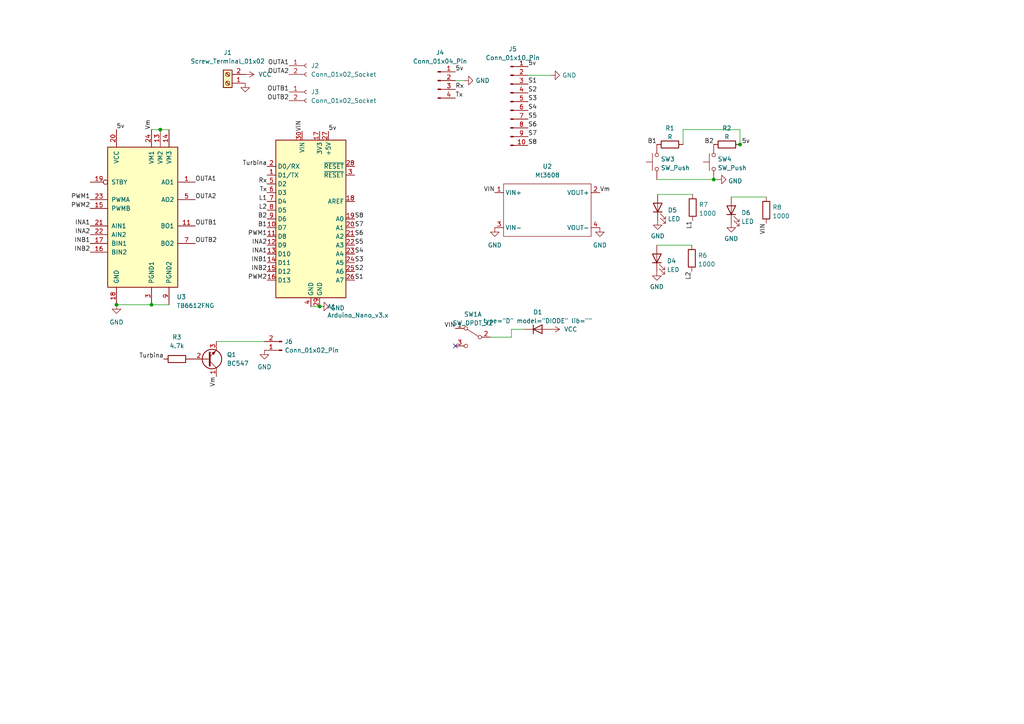
<source format=kicad_sch>
(kicad_sch (version 20230121) (generator eeschema)
  (paper "A4")
  (lib_symbols
    (symbol "Connector:Conn_01x02_Pin" (pin_names (offset 1.016) hide)
      (property "Reference" "J" (at 0 2.54 0))
      (property "Value" "Conn_01x02_Pin" (at 0 -5.08 0))
      (symbol "Conn_01x02_Pin_1_1"
        (polyline (pts (xy 1.27 -2.54) (xy 0.8636 -2.54)) (stroke (width 0.1524)))
        (polyline (pts (xy 1.27 0) (xy 0.8636 0)) (stroke (width 0.1524)))
        (rectangle (start 0.8636 -2.413) (end 0 -2.667) (stroke (width 0.1524)) (fill (type outline)))
        (rectangle (start 0.8636 0.127) (end 0 -0.127) (stroke (width 0.1524)) (fill (type outline)))
        (pin passive line (at 5.08 0 180) (length 3.81) (name "Pin_1") (number "1"))
        (pin passive line (at 5.08 -2.54 180) (length 3.81) (name "Pin_2") (number "2"))
      )
    )
    (symbol "Connector:Conn_01x02_Socket" (pin_names (offset 1.016) hide)
      (property "Reference" "J" (at 0 2.54 0))
      (property "Value" "Conn_01x02_Socket" (at 0 -5.08 0))
      (symbol "Conn_01x02_Socket_1_1"
        (arc (start 0 -2.032) (mid -0.5058 -2.54) (end 0 -3.048) (stroke (width 0.1524)))
        (polyline (pts (xy -1.27 -2.54) (xy -0.508 -2.54)) (stroke (width 0.1524)))
        (polyline (pts (xy -1.27 0) (xy -0.508 0)) (stroke (width 0.1524)))
        (arc (start 0 0.508) (mid -0.5058 0) (end 0 -0.508) (stroke (width 0.1524)))
        (pin passive line (at -5.08 0 0) (length 3.81) (name "Pin_1") (number "1"))
        (pin passive line (at -5.08 -2.54 0) (length 3.81) (name "Pin_2") (number "2"))
      )
    )
    (symbol "Connector:Conn_01x04_Pin" (pin_names (offset 1.016) hide)
      (property "Reference" "J" (at 0 5.08 0))
      (property "Value" "Conn_01x04_Pin" (at 0 -7.62 0))
      (symbol "Conn_01x04_Pin_1_1"
        (polyline (pts (xy 1.27 -5.08) (xy 0.8636 -5.08)) (stroke (width 0.1524)))
        (polyline (pts (xy 1.27 -2.54) (xy 0.8636 -2.54)) (stroke (width 0.1524)))
        (polyline (pts (xy 1.27 0) (xy 0.8636 0)) (stroke (width 0.1524)))
        (polyline (pts (xy 1.27 2.54) (xy 0.8636 2.54)) (stroke (width 0.1524)))
        (rectangle (start 0.8636 -4.953) (end 0 -5.207) (stroke (width 0.1524)) (fill (type outline)))
        (rectangle (start 0.8636 -2.413) (end 0 -2.667) (stroke (width 0.1524)) (fill (type outline)))
        (rectangle (start 0.8636 0.127) (end 0 -0.127) (stroke (width 0.1524)) (fill (type outline)))
        (rectangle (start 0.8636 2.667) (end 0 2.413) (stroke (width 0.1524)) (fill (type outline)))
        (pin passive line (at 5.08 2.54 180) (length 3.81) (name "Pin_1") (number "1"))
        (pin passive line (at 5.08 0 180) (length 3.81) (name "Pin_2") (number "2"))
        (pin passive line (at 5.08 -2.54 180) (length 3.81) (name "Pin_3") (number "3"))
        (pin passive line (at 5.08 -5.08 180) (length 3.81) (name "Pin_4") (number "4"))
      )
    )
    (symbol "Connector:Conn_01x10_Pin" (pin_names (offset 1.016) hide)
      (property "Reference" "J" (at 0 12.7 0))
      (property "Value" "Conn_01x10_Pin" (at 0 -15.24 0))
      (symbol "Conn_01x10_Pin_1_1"
        (polyline (pts (xy 1.27 -12.7) (xy 0.8636 -12.7)) (stroke (width 0.1524)))
        (polyline (pts (xy 1.27 -10.16) (xy 0.8636 -10.16)) (stroke (width 0.1524)))
        (polyline (pts (xy 1.27 -7.62) (xy 0.8636 -7.62)) (stroke (width 0.1524)))
        (polyline (pts (xy 1.27 -5.08) (xy 0.8636 -5.08)) (stroke (width 0.1524)))
        (polyline (pts (xy 1.27 -2.54) (xy 0.8636 -2.54)) (stroke (width 0.1524)))
        (polyline (pts (xy 1.27 0) (xy 0.8636 0)) (stroke (width 0.1524)))
        (polyline (pts (xy 1.27 2.54) (xy 0.8636 2.54)) (stroke (width 0.1524)))
        (polyline (pts (xy 1.27 5.08) (xy 0.8636 5.08)) (stroke (width 0.1524)))
        (polyline (pts (xy 1.27 7.62) (xy 0.8636 7.62)) (stroke (width 0.1524)))
        (polyline (pts (xy 1.27 10.16) (xy 0.8636 10.16)) (stroke (width 0.1524)))
        (rectangle (start 0.8636 -12.573) (end 0 -12.827) (stroke (width 0.1524)) (fill (type outline)))
        (rectangle (start 0.8636 -10.033) (end 0 -10.287) (stroke (width 0.1524)) (fill (type outline)))
        (rectangle (start 0.8636 -7.493) (end 0 -7.747) (stroke (width 0.1524)) (fill (type outline)))
        (rectangle (start 0.8636 -4.953) (end 0 -5.207) (stroke (width 0.1524)) (fill (type outline)))
        (rectangle (start 0.8636 -2.413) (end 0 -2.667) (stroke (width 0.1524)) (fill (type outline)))
        (rectangle (start 0.8636 0.127) (end 0 -0.127) (stroke (width 0.1524)) (fill (type outline)))
        (rectangle (start 0.8636 2.667) (end 0 2.413) (stroke (width 0.1524)) (fill (type outline)))
        (rectangle (start 0.8636 5.207) (end 0 4.953) (stroke (width 0.1524)) (fill (type outline)))
        (rectangle (start 0.8636 7.747) (end 0 7.493) (stroke (width 0.1524)) (fill (type outline)))
        (rectangle (start 0.8636 10.287) (end 0 10.033) (stroke (width 0.1524)) (fill (type outline)))
        (pin passive line (at 5.08 10.16 180) (length 3.81) (name "Pin_1") (number "1"))
        (pin passive line (at 5.08 -12.7 180) (length 3.81) (name "Pin_10") (number "10"))
        (pin passive line (at 5.08 7.62 180) (length 3.81) (name "Pin_2") (number "2"))
        (pin passive line (at 5.08 5.08 180) (length 3.81) (name "Pin_3") (number "3"))
        (pin passive line (at 5.08 2.54 180) (length 3.81) (name "Pin_4") (number "4"))
        (pin passive line (at 5.08 0 180) (length 3.81) (name "Pin_5") (number "5"))
        (pin passive line (at 5.08 -2.54 180) (length 3.81) (name "Pin_6") (number "6"))
        (pin passive line (at 5.08 -5.08 180) (length 3.81) (name "Pin_7") (number "7"))
        (pin passive line (at 5.08 -7.62 180) (length 3.81) (name "Pin_8") (number "8"))
        (pin passive line (at 5.08 -10.16 180) (length 3.81) (name "Pin_9") (number "9"))
      )
    )
    (symbol "Connector:Screw_Terminal_01x02" (pin_names (offset 1.016) hide)
      (property "Reference" "J" (at 0 2.54 0))
      (property "Value" "Screw_Terminal_01x02" (at 0 -5.08 0))
      (symbol "Screw_Terminal_01x02_1_1"
        (rectangle (start -1.27 1.27) (end 1.27 -3.81) (stroke (width 0.254)) (fill (type background)))
        (circle (center 0 -2.54) (radius 0.635) (stroke (width 0.1524)))
        (polyline (pts (xy -0.5334 -2.2098) (xy 0.3302 -3.048)) (stroke (width 0.1524)))
        (polyline (pts (xy -0.5334 0.3302) (xy 0.3302 -0.508)) (stroke (width 0.1524)))
        (polyline (pts (xy -0.3556 -2.032) (xy 0.508 -2.8702)) (stroke (width 0.1524)))
        (polyline (pts (xy -0.3556 0.508) (xy 0.508 -0.3302)) (stroke (width 0.1524)))
        (circle (center 0 0) (radius 0.635) (stroke (width 0.1524)))
        (pin passive line (at -5.08 0 0) (length 3.81) (name "Pin_1") (number "1"))
        (pin passive line (at -5.08 -2.54 0) (length 3.81) (name "Pin_2") (number "2"))
      )
    )
    (symbol "Device:LED" (pin_numbers hide) (pin_names (offset 1.016) hide)
      (property "Reference" "D" (at 0 2.54 0))
      (property "Value" "LED" (at 0 -2.54 0))
      (symbol "LED_0_1"
        (polyline (pts (xy -1.27 -1.27) (xy -1.27 1.27)) (stroke (width 0.254)))
        (polyline (pts (xy -1.27 0) (xy 1.27 0)))
        (polyline (pts (xy 1.27 -1.27) (xy 1.27 1.27) (xy -1.27 0) (xy 1.27 -1.27)) (stroke (width 0.254)))
        (polyline (pts (xy -3.048 -0.762) (xy -4.572 -2.286) (xy -3.81 -2.286) (xy -4.572 -2.286) (xy -4.572 -1.524)))
        (polyline (pts (xy -1.778 -0.762) (xy -3.302 -2.286) (xy -2.54 -2.286) (xy -3.302 -2.286) (xy -3.302 -1.524)))
      )
      (symbol "LED_1_1"
        (pin passive line (at -3.81 0 0) (length 2.54) (name "K") (number "1"))
        (pin passive line (at 3.81 0 180) (length 2.54) (name "A") (number "2"))
      )
    )
    (symbol "Device:R" (pin_numbers hide) (pin_names (offset 0))
      (property "Reference" "R" (at 2.032 0 90))
      (property "Value" "R" (at 0 0 90))
      (symbol "R_0_1"
        (rectangle (start -1.016 -2.54) (end 1.016 2.54) (stroke (width 0.254)))
      )
      (symbol "R_1_1"
        (pin passive line (at 0 3.81 270) (length 1.27) (name "~") (number "1"))
        (pin passive line (at 0 -3.81 90) (length 1.27) (name "~") (number "2"))
      )
    )
    (symbol "Driver_Motor:TB6612FNG" (pin_names (offset 1.016))
      (property "Reference" "U" (at 11.43 17.78 0))
      (property "Value" "TB6612FNG" (at 11.43 15.24 0))
      (symbol "TB6612FNG_0_1"
        (rectangle (start -10.16 20.32) (end 10.16 -20.32) (stroke (width 0.254)) (fill (type background)))
      )
      (symbol "TB6612FNG_1_1"
        (pin output line (at 15.24 10.16 180) (length 5.08) (name "AO1") (number "1"))
        (pin passive line (at 7.62 -25.4 90) (length 5.08) hide (name "PGND2") (number "10"))
        (pin output line (at 15.24 -2.54 180) (length 5.08) (name "BO1") (number "11"))
        (pin passive line (at 15.24 -2.54 180) (length 5.08) hide (name "BO1") (number "12"))
        (pin power_in line (at 5.08 25.4 270) (length 5.08) (name "VM2") (number "13"))
        (pin power_in line (at 7.62 25.4 270) (length 5.08) (name "VM3") (number "14"))
        (pin input line (at -15.24 2.54 0) (length 5.08) (name "PWMB") (number "15"))
        (pin input line (at -15.24 -10.16 0) (length 5.08) (name "BIN2") (number "16"))
        (pin input line (at -15.24 -7.62 0) (length 5.08) (name "BIN1") (number "17"))
        (pin power_in line (at -7.62 -25.4 90) (length 5.08) (name "GND") (number "18"))
        (pin input inverted (at -15.24 10.16 0) (length 5.08) (name "STBY") (number "19"))
        (pin passive line (at 15.24 10.16 180) (length 5.08) hide (name "AO1") (number "2"))
        (pin power_in line (at -7.62 25.4 270) (length 5.08) (name "VCC") (number "20"))
        (pin input line (at -15.24 -2.54 0) (length 5.08) (name "AIN1") (number "21"))
        (pin input line (at -15.24 -5.08 0) (length 5.08) (name "AIN2") (number "22"))
        (pin input line (at -15.24 5.08 0) (length 5.08) (name "PWMA") (number "23"))
        (pin power_in line (at 2.54 25.4 270) (length 5.08) (name "VM1") (number "24"))
        (pin power_in line (at 2.54 -25.4 90) (length 5.08) (name "PGND1") (number "3"))
        (pin passive line (at 2.54 -25.4 90) (length 5.08) hide (name "PGND1") (number "4"))
        (pin output line (at 15.24 5.08 180) (length 5.08) (name "AO2") (number "5"))
        (pin passive line (at 15.24 5.08 180) (length 5.08) hide (name "AO2") (number "6"))
        (pin output line (at 15.24 -7.62 180) (length 5.08) (name "BO2") (number "7"))
        (pin passive line (at 15.24 -7.62 180) (length 5.08) hide (name "BO2") (number "8"))
        (pin power_in line (at 7.62 -25.4 90) (length 5.08) (name "PGND2") (number "9"))
      )
    )
    (symbol "GND_1" (power) (pin_names (offset 0))
      (property "Value" "GND_1" (at 0 -3.81 0))
      (symbol "GND_1_0_1"
        (polyline (pts (xy 0 0) (xy 0 -1.27) (xy 1.27 -1.27) (xy 0 -2.54) (xy -1.27 -1.27) (xy 0 -1.27)))
      )
      (symbol "GND_1_1_1"
        (pin power_in line (at 0 0 270) (length 0) hide (name "GND") (number "1"))
      )
    )
    (symbol "MCU_Module:Arduino_Nano_v3.x"
      (property "Reference" "A" (at -10.16 23.495 0))
      (property "Value" "Arduino_Nano_v3.x" (at 5.08 -24.13 0))
      (symbol "Arduino_Nano_v3.x_0_1"
        (rectangle (start -10.16 22.86) (end 10.16 -22.86) (stroke (width 0.254)) (fill (type background)))
      )
      (symbol "Arduino_Nano_v3.x_1_1"
        (pin bidirectional line (at -12.7 12.7 0) (length 2.54) (name "D1/TX") (number "1"))
        (pin bidirectional line (at -12.7 -2.54 0) (length 2.54) (name "D7") (number "10"))
        (pin bidirectional line (at -12.7 -5.08 0) (length 2.54) (name "D8") (number "11"))
        (pin bidirectional line (at -12.7 -7.62 0) (length 2.54) (name "D9") (number "12"))
        (pin bidirectional line (at -12.7 -10.16 0) (length 2.54) (name "D10") (number "13"))
        (pin bidirectional line (at -12.7 -12.7 0) (length 2.54) (name "D11") (number "14"))
        (pin bidirectional line (at -12.7 -15.24 0) (length 2.54) (name "D12") (number "15"))
        (pin bidirectional line (at -12.7 -17.78 0) (length 2.54) (name "D13") (number "16"))
        (pin power_out line (at 2.54 25.4 270) (length 2.54) (name "3V3") (number "17"))
        (pin input line (at 12.7 5.08 180) (length 2.54) (name "AREF") (number "18"))
        (pin bidirectional line (at 12.7 0 180) (length 2.54) (name "A0") (number "19"))
        (pin bidirectional line (at -12.7 15.24 0) (length 2.54) (name "D0/RX") (number "2"))
        (pin bidirectional line (at 12.7 -2.54 180) (length 2.54) (name "A1") (number "20"))
        (pin bidirectional line (at 12.7 -5.08 180) (length 2.54) (name "A2") (number "21"))
        (pin bidirectional line (at 12.7 -7.62 180) (length 2.54) (name "A3") (number "22"))
        (pin bidirectional line (at 12.7 -10.16 180) (length 2.54) (name "A4") (number "23"))
        (pin bidirectional line (at 12.7 -12.7 180) (length 2.54) (name "A5") (number "24"))
        (pin bidirectional line (at 12.7 -15.24 180) (length 2.54) (name "A6") (number "25"))
        (pin bidirectional line (at 12.7 -17.78 180) (length 2.54) (name "A7") (number "26"))
        (pin power_out line (at 5.08 25.4 270) (length 2.54) (name "+5V") (number "27"))
        (pin input line (at 12.7 15.24 180) (length 2.54) (name "~{RESET}") (number "28"))
        (pin power_in line (at 2.54 -25.4 90) (length 2.54) (name "GND") (number "29"))
        (pin input line (at 12.7 12.7 180) (length 2.54) (name "~{RESET}") (number "3"))
        (pin power_in line (at -2.54 25.4 270) (length 2.54) (name "VIN") (number "30"))
        (pin power_in line (at 0 -25.4 90) (length 2.54) (name "GND") (number "4"))
        (pin bidirectional line (at -12.7 10.16 0) (length 2.54) (name "D2") (number "5"))
        (pin bidirectional line (at -12.7 7.62 0) (length 2.54) (name "D3") (number "6"))
        (pin bidirectional line (at -12.7 5.08 0) (length 2.54) (name "D4") (number "7"))
        (pin bidirectional line (at -12.7 2.54 0) (length 2.54) (name "D5") (number "8"))
        (pin bidirectional line (at -12.7 0 0) (length 2.54) (name "D6") (number "9"))
      )
    )
    (symbol "Simulation_SPICE:DIODE" (pin_numbers hide) (pin_names (offset 1.016) hide)
      (property "Reference" "D" (at 0 2.54 0))
      (property "Value" "DIODE" (at 0 -2.54 0))
      (symbol "DIODE_0_1"
        (polyline (pts (xy 1.27 0) (xy -1.27 0)))
        (polyline (pts (xy 1.27 1.27) (xy 1.27 -1.27)) (stroke (width 0.254)))
        (polyline (pts (xy -1.27 -1.27) (xy -1.27 1.27) (xy 1.27 0) (xy -1.27 -1.27)) (stroke (width 0.254)))
      )
      (symbol "DIODE_1_1"
        (pin passive line (at -3.81 0 0) (length 2.54) (name "A") (number "1"))
        (pin passive line (at 3.81 0 180) (length 2.54) (name "K") (number "2"))
      )
    )
    (symbol "Switch:SW_DPDT_x2" (pin_names (offset 0) hide)
      (property "Reference" "SW" (at 0 4.318 0))
      (property "Value" "SW_DPDT_x2" (at 0 -5.08 0))
      (symbol "SW_DPDT_x2_0_0"
        (circle (center -2.032 0) (radius 0.508))
        (circle (center 2.032 -2.54) (radius 0.508))
      )
      (symbol "SW_DPDT_x2_0_1"
        (polyline (pts (xy -1.524 0.254) (xy 1.651 2.286)))
        (circle (center 2.032 2.54) (radius 0.508))
      )
      (symbol "SW_DPDT_x2_1_1"
        (pin passive line (at 5.08 2.54 180) (length 2.54) (name "A") (number "1"))
        (pin passive line (at -5.08 0 0) (length 2.54) (name "B") (number "2"))
        (pin passive line (at 5.08 -2.54 180) (length 2.54) (name "C") (number "3"))
      )
      (symbol "SW_DPDT_x2_2_1"
        (pin passive line (at 5.08 2.54 180) (length 2.54) (name "A") (number "4"))
        (pin passive line (at -5.08 0 0) (length 2.54) (name "B") (number "5"))
        (pin passive line (at 5.08 -2.54 180) (length 2.54) (name "C") (number "6"))
      )
    )
    (symbol "Switch:SW_Push" (pin_numbers hide) (pin_names (offset 1.016) hide)
      (property "Reference" "SW" (at 1.27 2.54 0))
      (property "Value" "SW_Push" (at 0 -1.524 0))
      (symbol "SW_Push_0_1"
        (circle (center -2.032 0) (radius 0.508))
        (polyline (pts (xy 0 1.27) (xy 0 3.048)))
        (polyline (pts (xy 2.54 1.27) (xy -2.54 1.27)))
        (circle (center 2.032 0) (radius 0.508))
        (pin passive line (at -5.08 0 0) (length 2.54) (name "1") (number "1"))
        (pin passive line (at 5.08 0 180) (length 2.54) (name "2") (number "2"))
      )
    )
    (symbol "Transistor_BJT:BC547" (pin_names (offset 0) hide)
      (property "Reference" "Q" (at 5.08 1.905 0))
      (property "Value" "BC547" (at 5.08 0 0))
      (symbol "BC547_0_1"
        (polyline (pts (xy 0 0) (xy 0.635 0)))
        (polyline (pts (xy 0.635 0.635) (xy 2.54 2.54)))
        (polyline (pts (xy 0.635 -0.635) (xy 2.54 -2.54) (xy 2.54 -2.54)))
        (polyline (pts (xy 0.635 1.905) (xy 0.635 -1.905) (xy 0.635 -1.905)) (stroke (width 0.508)))
        (polyline (pts (xy 1.27 -1.778) (xy 1.778 -1.27) (xy 2.286 -2.286) (xy 1.27 -1.778) (xy 1.27 -1.778)) (fill (type outline)))
        (circle (center 1.27 0) (radius 2.8194) (stroke (width 0.254)))
      )
      (symbol "BC547_1_1"
        (pin passive line (at 2.54 5.08 270) (length 2.54) (name "C") (number "1"))
        (pin input line (at -5.08 0 0) (length 5.08) (name "B") (number "2"))
        (pin passive line (at 2.54 -5.08 90) (length 2.54) (name "E") (number "3"))
      )
    )
    (symbol "power:GND" (power) (pin_names (offset 0))
      (property "Value" "GND" (at 0 -3.81 0))
      (symbol "GND_0_1"
        (polyline (pts (xy 0 0) (xy 0 -1.27) (xy 1.27 -1.27) (xy 0 -2.54) (xy -1.27 -1.27) (xy 0 -1.27)))
      )
      (symbol "GND_1_1"
        (pin power_in line (at 0 0 270) (length 0) hide (name "GND") (number "1"))
      )
    )
    (symbol "power:VCC" (power) (pin_names (offset 0))
      (property "Value" "VCC" (at 0 3.81 0))
      (symbol "VCC_0_1"
        (polyline (pts (xy -0.762 1.27) (xy 0 2.54)))
        (polyline (pts (xy 0 0) (xy 0 2.54)))
        (polyline (pts (xy 0 2.54) (xy 0.762 1.27)))
      )
      (symbol "VCC_1_1"
        (pin power_in line (at 0 0 90) (length 0) hide (name "VCC") (number "1"))
      )
    )
    (symbol "propios:Mt3608"
      (property "Reference" "U" (at 0 0 0))
      (property "Value" "Mt3608" (at 0 0 0))
      (symbol "Mt3608_0_1"
        (rectangle (start -12.7 -2.54) (end 12.7 -17.78))
      )
      (symbol "Mt3608_1_1"
        (pin input line (at -15.24 -5.08 0) (length 2.54) (name "VIN+") (number "1"))
        (pin input line (at 15.24 -5.08 180) (length 2.54) (name "VOUT+") (number "2"))
        (pin input line (at -15.24 -15.24 0) (length 2.54) (name "VIN-") (number "3"))
        (pin input line (at 15.24 -15.24 180) (length 2.54) (name "VOUT-") (number "4"))
      )
    )
  )
  (junction (at 43.942 88.392))
  (junction (at 46.482 37.592))
  (junction (at 33.782 88.392))
  (junction (at 214.63 41.91))
  (junction (at 207.01 52.07))
  (junction (at 92.71 88.9))
  (no_connect (at 132.08 100.33))
  (wire (pts (xy 148.336 97.79) (xy 142.24 97.79)))
  (wire (pts (xy 190.5 52.07) (xy 207.01 52.07)))
  (wire (pts (xy 148.336 95.504) (xy 148.336 97.79)))
  (wire (pts (xy 214.63 37.592) (xy 214.63 41.91)))
  (wire (pts (xy 212.09 57.15) (xy 222.25 57.15)))
  (wire (pts (xy 152.146 95.504) (xy 148.336 95.504)))
  (wire (pts (xy 43.942 88.392) (xy 49.022 88.392)))
  (wire (pts (xy 90.17 88.9) (xy 92.71 88.9)))
  (wire (pts (xy 198.12 37.592) (xy 214.63 37.592)))
  (wire (pts (xy 198.12 41.91) (xy 198.12 37.592)))
  (wire (pts (xy 43.942 37.592) (xy 46.482 37.592)))
  (wire (pts (xy 134.62 23.368) (xy 132.08 23.368)))
  (wire (pts (xy 190.5 71.12) (xy 200.66 71.12)))
  (wire (pts (xy 159.766 21.844) (xy 153.162 21.844)))
  (wire (pts (xy 46.482 37.592) (xy 49.022 37.592)))
  (wire (pts (xy 190.754 56.388) (xy 200.914 56.388)))
  (wire (pts (xy 33.782 88.392) (xy 43.942 88.392)))
  (wire (pts (xy 215.138 41.91) (xy 214.63 41.91)))
  (wire (pts (xy 62.738 99.06) (xy 76.708 99.06)))
  (wire (pts (xy 207.01 52.07) (xy 208.026 52.07)))
  (label "B1" (at 77.47 66.04 180))
  (label "INA2" (at 26.162 68.072 180))
  (label "5v" (at 215.138 41.91 0))
  (label "S1" (at 102.87 81.28 0))
  (label "L1" (at 200.914 64.008 270))
  (label "PWM2" (at 77.47 81.28 180))
  (label "S1" (at 153.162 24.384 0))
  (label "B2" (at 207.01 41.91 180))
  (label "Vm" (at 43.942 37.592 90))
  (label "OUTB1" (at 56.642 65.532 0))
  (label "Turbina" (at 77.47 48.26 180))
  (label "S7" (at 153.162 39.624 0))
  (label "Tx" (at 132.08 28.448 0))
  (label "INB2" (at 77.47 78.74 180))
  (label "5v" (at 132.08 20.828 0))
  (label "INA1" (at 77.47 73.66 180))
  (label "S5" (at 102.87 71.12 0))
  (label "L2" (at 77.47 60.96 180))
  (label "INB1" (at 26.162 70.612 180))
  (label "S3" (at 102.87 76.2 0))
  (label "S4" (at 153.162 32.004 0))
  (label "S6" (at 102.87 68.58 0))
  (label "INA1" (at 26.162 65.532 180))
  (label "INB2" (at 26.162 73.152 180))
  (label "PWM1" (at 26.162 57.912 180))
  (label "S2" (at 153.162 26.924 0))
  (label "INA2" (at 77.47 71.12 180))
  (label "5v" (at 95.25 38.1 0))
  (label "PWM2" (at 26.162 60.452 180))
  (label "OUTA2" (at 83.82 21.59 180))
  (label "L2" (at 200.66 78.74 270))
  (label "S4" (at 102.87 73.66 0))
  (label "Tx" (at 77.47 55.88 180))
  (label "S7" (at 102.87 66.04 0))
  (label "Vm" (at 173.99 55.88 0))
  (label "B2" (at 77.47 63.5 180))
  (label "S8" (at 153.162 42.164 0))
  (label "VIN" (at 143.51 55.88 180))
  (label "Rx" (at 77.47 53.34 180))
  (label "VIN" (at 87.63 38.1 90))
  (label "OUTB2" (at 56.642 70.612 0))
  (label "5v" (at 33.782 37.592 0))
  (label "S8" (at 102.87 63.5 0))
  (label "L1" (at 77.47 58.42 180))
  (label "INB1" (at 77.47 76.2 180))
  (label "Turbina" (at 47.498 104.14 180))
  (label "OUTB2" (at 83.82 29.21 180))
  (label "S6" (at 153.162 37.084 0))
  (label "Rx" (at 132.08 25.908 0))
  (label "VIN" (at 222.25 64.77 270))
  (label "PWM1" (at 77.47 68.58 180))
  (label "VIN" (at 132.08 95.25 180))
  (label "5v" (at 153.162 19.304 0))
  (label "OUTA1" (at 56.642 52.832 0))
  (label "OUTA1" (at 83.82 19.05 180))
  (label "S3" (at 153.162 29.464 0))
  (label "S2" (at 102.87 78.74 0))
  (label "S5" (at 153.162 34.544 0))
  (label "OUTA2" (at 56.642 57.912 0))
  (label "OUTB1" (at 83.82 26.67 180))
  (label "Vm" (at 62.738 109.22 270))
  (label "B1" (at 190.5 41.91 180))
  (symbol (lib_id "propios:Mt3608") (at 158.75 50.8 0) (unit 1)
    (property "Reference" "U2" (at 158.75 48.26 0))
    (property "Value" "Mt3608" (at 158.75 50.8 0))
    (property "Footprint" "propios:Sx1308" (effects hide))
  )
  (symbol (lib_id "Switch:SW_Push") (at 190.5 46.99 90) (unit 1)
    (property "Reference" "SW3" (at 191.643 46.1553 90) (effects (justify right)))
    (property "Value" "SW_Push" (at 191.643 48.6922 90) (effects (justify right)))
    (property "Footprint" "Button_Switch_THT:SW_PUSH_6mm" (effects hide))
  )
  (symbol (lib_id "power:GND") (at 159.766 21.844 90) (unit 1)
    (property "Reference" "#PWR018" (effects hide))
    (property "Value" "GND" (at 163.068 21.844 90) (effects (justify right)))
  )
  (symbol (lib_id "Device:R") (at 222.25 60.96 0) (unit 1)
    (property "Reference" "R8" (at 224.028 60.1253 0) (effects (justify left)))
    (property "Value" "1000" (at 224.028 62.6622 0) (effects (justify left)))
    (property "Footprint" "Resistor_SMD:R_1206_3216Metric_Pad1.30x1.75mm_HandSolder" (effects hide))
  )
  (symbol (lib_id "Switch:SW_Push") (at 207.01 46.99 90) (unit 1)
    (property "Reference" "SW4" (at 208.153 46.1553 90) (effects (justify right)))
    (property "Value" "SW_Push" (at 208.153 48.6922 90) (effects (justify right)))
    (property "Footprint" "Button_Switch_THT:SW_PUSH_6mm" (effects hide))
  )
  (symbol (lib_id "power:VCC") (at 71.12 21.59 270) (unit 1)
    (property "Reference" "#PWR06" (effects hide))
    (property "Value" "VCC" (at 74.93 21.59 90) (effects (justify left)))
  )
  (symbol (lib_id "Connector:Conn_01x04_Pin") (at 127 23.368 0) (unit 1)
    (property "Reference" "J4" (at 127.635 15.24 0))
    (property "Value" "Conn_01x04_Pin" (at 127.635 17.78 0))
    (property "Footprint" "Connector_PinHeader_2.54mm:PinHeader_1x04_P2.54mm_Vertical" (effects hide))
  )
  (symbol (lib_id "Connector:Screw_Terminal_01x02") (at 66.04 24.13 180) (unit 1)
    (property "Reference" "J1" (at 66.04 15.24 0))
    (property "Value" "Screw_Terminal_01x02" (at 66.04 17.78 0))
    (property "Footprint" "Connector_PinSocket_2.54mm:PinSocket_1x02_P2.54mm_Vertical" (effects hide))
  )
  (symbol (lib_id "Switch:SW_DPDT_x2") (at 137.16 97.79 0) (mirror y) (unit 1)
    (property "Reference" "SW1" (at 137.16 91.1692 0))
    (property "Value" "SW_DPDT_x2" (at 137.16 93.7061 0))
    (property "Footprint" "Button_Switch_THT:SW_Slide_1P2T_CK_OS102011MS2Q" (effects hide))
  )
  (symbol (lib_id "power:GND") (at 190.754 64.008 0) (unit 1)
    (property "Reference" "#PWR02" (effects hide))
    (property "Value" "GND" (at 190.754 68.4514 0))
  )
  (symbol (lib_id "Connector:Conn_01x02_Socket") (at 88.9 26.67 0) (unit 1)
    (property "Reference" "J3" (at 90.17 26.67 0) (effects (justify left)))
    (property "Value" "Conn_01x02_Socket" (at 90.17 29.21 0) (effects (justify left)))
    (property "Footprint" "Connector_PinSocket_2.54mm:PinSocket_1x02_P2.54mm_Vertical" (effects hide))
  )
  (symbol (lib_id "Simulation_SPICE:DIODE") (at 155.956 95.504 180) (unit 1)
    (property "Reference" "D1" (at 155.956 90.5342 0))
    (property "Value" "${SIM.PARAMS}" (at 155.956 93.0711 0))
    (property "Footprint" "Diode_THT:D_5W_P5.08mm_Vertical_AnodeUp" (effects hide))
    (property "Sim.Device" "SPICE" (effects hide))
    (property "Sim.Params" "type=\"D\" model=\"DIODE\" lib=\"\"" (effects hide))
    (property "Sim.Pins" "1=1 2=2" (effects hide))
  )
  (symbol (lib_id "power:GND") (at 212.09 64.77 0) (unit 1)
    (property "Reference" "#PWR03" (effects hide))
    (property "Value" "GND" (at 212.09 69.2134 0))
  )
  (symbol (lib_id "Device:R") (at 200.66 74.93 0) (unit 1)
    (property "Reference" "R6" (at 202.438 74.0953 0) (effects (justify left)))
    (property "Value" "1000" (at 202.438 76.6322 0) (effects (justify left)))
    (property "Footprint" "Resistor_SMD:R_1206_3216Metric_Pad1.30x1.75mm_HandSolder" (effects hide))
  )
  (symbol (lib_id "Connector:Conn_01x10_Pin") (at 148.082 29.464 0) (unit 1)
    (property "Reference" "J5" (at 148.717 14.224 0))
    (property "Value" "Conn_01x10_Pin" (at 148.717 16.764 0))
    (property "Footprint" "Connector_PinHeader_2.54mm:PinHeader_1x10_P2.54mm_Vertical" (effects hide))
  )
  (symbol (lib_name "GND_1") (lib_id "power:GND") (at 143.51 66.04 0) (unit 1)
    (property "Reference" "#PWR08" (effects hide))
    (property "Value" "GND" (at 143.51 71.12 0))
  )
  (symbol (lib_id "power:GND") (at 134.62 23.368 90) (unit 1)
    (property "Reference" "#PWR011" (effects hide))
    (property "Value" "GND" (at 137.922 23.368 90) (effects (justify right)))
  )
  (symbol (lib_id "Connector:Conn_01x02_Pin") (at 81.788 101.6 180) (unit 1)
    (property "Reference" "J6" (at 82.55 99.06 0) (effects (justify right)))
    (property "Value" "Conn_01x02_Pin" (at 82.55 101.6 0) (effects (justify right)))
    (property "Footprint" "Connector_PinHeader_2.54mm:PinHeader_1x02_P2.54mm_Vertical" (effects hide))
  )
  (symbol (lib_id "Device:LED") (at 190.5 74.93 90) (unit 1)
    (property "Reference" "D4" (at 193.421 75.6828 90) (effects (justify right)))
    (property "Value" "LED" (at 193.421 78.2197 90) (effects (justify right)))
    (property "Footprint" "LED_THT:LED_D3.0mm" (effects hide))
  )
  (symbol (lib_id "power:GND") (at 190.5 78.74 0) (unit 1)
    (property "Reference" "#PWR01" (effects hide))
    (property "Value" "GND" (at 190.5 83.1834 0))
  )
  (symbol (lib_id "Transistor_BJT:BC547") (at 60.198 104.14 0) (mirror x) (unit 1)
    (property "Reference" "Q1" (at 65.786 102.87 0) (effects (justify left)))
    (property "Value" "BC547" (at 65.786 105.41 0) (effects (justify left)))
    (property "Footprint" "Package_TO_SOT_THT:TO-92_Wide" (effects hide))
    (property "Datasheet" "https://www.onsemi.com/pub/Collateral/BC550-D.pdf" (effects hide))
  )
  (symbol (lib_id "power:VCC") (at 159.766 95.504 270) (unit 1)
    (property "Reference" "#PWR010" (effects hide))
    (property "Value" "VCC" (at 163.576 95.504 90) (effects (justify left)))
  )
  (symbol (lib_id "Device:LED") (at 190.754 60.198 90) (unit 1)
    (property "Reference" "D5" (at 193.675 60.9508 90) (effects (justify right)))
    (property "Value" "LED" (at 193.675 63.4877 90) (effects (justify right)))
    (property "Footprint" "LED_THT:LED_D3.0mm" (effects hide))
  )
  (symbol (lib_id "Driver_Motor:TB6612FNG") (at 41.402 62.992 0) (unit 1)
    (property "Reference" "U3" (at 51.2161 86.106 0) (effects (justify left)))
    (property "Value" "TB6612FNG" (at 51.2161 88.646 0) (effects (justify left)))
    (property "Footprint" "Package_SO:SSOP-24_5.3x8.2mm_P0.65mm" (effects hide))
    (property "Datasheet" "https://toshiba.semicon-storage.com/us/product/linear/motordriver/detail.TB6612FNG.html" (effects hide))
  )
  (symbol (lib_id "power:GND") (at 208.026 52.07 90) (unit 1)
    (property "Reference" "#PWR04" (effects hide))
    (property "Value" "GND" (at 211.201 52.5038 90) (effects (justify right)))
  )
  (symbol (lib_id "Device:R") (at 194.31 41.91 270) (unit 1)
    (property "Reference" "R1" (at 194.31 37.1942 90))
    (property "Value" "R" (at 194.31 39.7311 90))
    (property "Footprint" "Resistor_SMD:R_1206_3216Metric_Pad1.30x1.75mm_HandSolder" (effects hide))
  )
  (symbol (lib_id "Device:R") (at 51.308 104.14 90) (unit 1)
    (property "Reference" "R3" (at 51.308 97.79 90))
    (property "Value" "4.7k" (at 51.308 100.33 90))
    (property "Footprint" "Resistor_SMD:R_1206_3216Metric_Pad1.30x1.75mm_HandSolder" (effects hide))
  )
  (symbol (lib_id "Connector:Conn_01x02_Socket") (at 88.9 19.05 0) (unit 1)
    (property "Reference" "J2" (at 90.17 19.05 0) (effects (justify left)))
    (property "Value" "Conn_01x02_Socket" (at 90.17 21.59 0) (effects (justify left)))
    (property "Footprint" "Connector_PinSocket_2.54mm:PinSocket_1x02_P2.54mm_Vertical" (effects hide))
  )
  (symbol (lib_name "GND_1") (lib_id "power:GND") (at 173.99 66.04 0) (unit 1)
    (property "Reference" "#PWR09" (effects hide))
    (property "Value" "GND" (at 173.99 71.12 0))
  )
  (symbol (lib_id "MCU_Module:Arduino_Nano_v3.x") (at 90.17 63.5 0) (unit 1)
    (property "Reference" "A1" (at 94.9041 88.9 0) (effects (justify left)))
    (property "Value" "Arduino_Nano_v3.x" (at 94.9041 91.44 0) (effects (justify left)))
    (property "Footprint" "Module:Arduino_Nano" (effects hide))
    (property "Datasheet" "http://www.mouser.com/pdfdocs/Gravitech_Arduino_Nano3_0.pdf" (effects hide))
  )
  (symbol (lib_id "power:GND") (at 33.782 88.392 0) (unit 1)
    (property "Reference" "#PWR014" (effects hide))
    (property "Value" "GND" (at 33.782 93.472 0))
  )
  (symbol (lib_id "Device:R") (at 210.82 41.91 90) (unit 1)
    (property "Reference" "R2" (at 210.82 37.1942 90))
    (property "Value" "R" (at 210.82 39.7311 90))
    (property "Footprint" "Resistor_SMD:R_1206_3216Metric_Pad1.30x1.75mm_HandSolder" (effects hide))
  )
  (symbol (lib_id "Device:R") (at 200.914 60.198 0) (unit 1)
    (property "Reference" "R7" (at 202.692 59.3633 0) (effects (justify left)))
    (property "Value" "1000" (at 202.692 61.9002 0) (effects (justify left)))
    (property "Footprint" "Resistor_SMD:R_1206_3216Metric_Pad1.30x1.75mm_HandSolder" (effects hide))
  )
  (symbol (lib_id "power:GND") (at 92.71 88.9 90) (unit 1)
    (property "Reference" "#PWR05" (effects hide))
    (property "Value" "GND" (at 95.885 89.3338 90) (effects (justify right)))
  )
  (symbol (lib_id "Device:LED") (at 212.09 60.96 90) (unit 1)
    (property "Reference" "D6" (at 215.011 61.7128 90) (effects (justify right)))
    (property "Value" "LED" (at 215.011 64.2497 90) (effects (justify right)))
    (property "Footprint" "LED_THT:LED_D3.0mm" (effects hide))
  )
  (symbol (lib_name "GND_1") (lib_id "power:GND") (at 71.12 24.13 0) (unit 1)
    (property "Reference" "#PWR07" (effects hide))
    (property "Value" "GND" (effects hide))
  )
  (symbol (lib_id "power:GND") (at 76.708 101.6 0) (unit 1)
    (property "Reference" "#PWR012" (effects hide))
    (property "Value" "GND" (at 76.708 106.426 0))
  )
)
</source>
